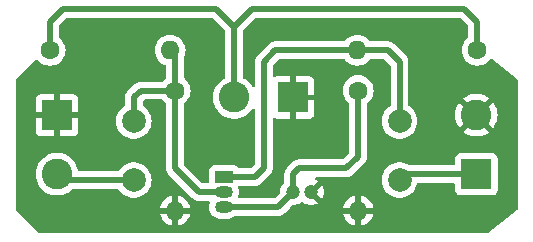
<source format=gbr>
%TF.GenerationSoftware,KiCad,Pcbnew,7.0.9*%
%TF.CreationDate,2024-05-08T14:26:35+02:00*%
%TF.ProjectId,Amplificador de baja se_al,416d706c-6966-4696-9361-646f72206465,rev?*%
%TF.SameCoordinates,Original*%
%TF.FileFunction,Copper,L2,Bot*%
%TF.FilePolarity,Positive*%
%FSLAX46Y46*%
G04 Gerber Fmt 4.6, Leading zero omitted, Abs format (unit mm)*
G04 Created by KiCad (PCBNEW 7.0.9) date 2024-05-08 14:26:35*
%MOMM*%
%LPD*%
G01*
G04 APERTURE LIST*
%TA.AperFunction,ComponentPad*%
%ADD10C,1.200000*%
%TD*%
%TA.AperFunction,ComponentPad*%
%ADD11R,2.600000X2.600000*%
%TD*%
%TA.AperFunction,ComponentPad*%
%ADD12C,2.600000*%
%TD*%
%TA.AperFunction,ComponentPad*%
%ADD13C,2.000000*%
%TD*%
%TA.AperFunction,ComponentPad*%
%ADD14C,1.600000*%
%TD*%
%TA.AperFunction,ComponentPad*%
%ADD15O,1.600000X1.600000*%
%TD*%
%TA.AperFunction,ComponentPad*%
%ADD16O,1.500000X1.050000*%
%TD*%
%TA.AperFunction,ComponentPad*%
%ADD17R,1.500000X1.050000*%
%TD*%
%TA.AperFunction,Conductor*%
%ADD18C,0.500000*%
%TD*%
G04 APERTURE END LIST*
D10*
%TO.P,C3,1*%
%TO.N,Net-(TR1-E)*%
X128500000Y-82500000D03*
%TO.P,C3,2*%
%TO.N,GND*%
X130000000Y-82500000D03*
%TD*%
D11*
%TO.P,J2,1,Pin_1*%
%TO.N,GND*%
X128500000Y-74500000D03*
D12*
%TO.P,J2,2,Pin_2*%
%TO.N,VCC*%
X123500000Y-74500000D03*
%TD*%
D11*
%TO.P,J1,1,Pin_1*%
%TO.N,GND*%
X108500000Y-76000000D03*
D12*
%TO.P,J1,2,Pin_2*%
%TO.N,Net-(J1-Pin_2)*%
X108500000Y-81000000D03*
%TD*%
D11*
%TO.P,J3,1,Pin_1*%
%TO.N,Net-(J3-Pin_1)*%
X144000000Y-81000000D03*
D12*
%TO.P,J3,2,Pin_2*%
%TO.N,GND*%
X144000000Y-76000000D03*
%TD*%
D13*
%TO.P,C1,1*%
%TO.N,Net-(TR1-B)*%
X115000000Y-76500000D03*
%TO.P,C1,2*%
%TO.N,Net-(J1-Pin_2)*%
X115000000Y-81500000D03*
%TD*%
D14*
%TO.P,R4,1*%
%TO.N,Net-(TR1-E)*%
X134000000Y-73920000D03*
D15*
%TO.P,R4,2*%
%TO.N,GND*%
X134000000Y-84080000D03*
%TD*%
%TO.P,R1,2*%
%TO.N,Net-(TR1-B)*%
X118080000Y-70500000D03*
D14*
%TO.P,R1,1*%
%TO.N,VCC*%
X107920000Y-70500000D03*
%TD*%
D16*
%TO.P,TR1,3,E*%
%TO.N,Net-(TR1-E)*%
X122640000Y-83770000D03*
%TO.P,TR1,2,B*%
%TO.N,Net-(TR1-B)*%
X122640000Y-82500000D03*
D17*
%TO.P,TR1,1,C*%
%TO.N,Net-(TR1-C)*%
X122640000Y-81230000D03*
%TD*%
D14*
%TO.P,R3,1*%
%TO.N,VCC*%
X144080000Y-70500000D03*
D15*
%TO.P,R3,2*%
%TO.N,Net-(TR1-C)*%
X133920000Y-70500000D03*
%TD*%
%TO.P,R2,2*%
%TO.N,GND*%
X118500000Y-84080000D03*
D14*
%TO.P,R2,1*%
%TO.N,Net-(TR1-B)*%
X118500000Y-73920000D03*
%TD*%
D13*
%TO.P,C2,1*%
%TO.N,Net-(J3-Pin_1)*%
X137500000Y-81500000D03*
%TO.P,C2,2*%
%TO.N,Net-(TR1-C)*%
X137500000Y-76500000D03*
%TD*%
D18*
%TO.N,Net-(TR1-B)*%
X118500000Y-73920000D02*
X118500000Y-70920000D01*
X118500000Y-70920000D02*
X118080000Y-70500000D01*
%TO.N,Net-(J3-Pin_1)*%
X138000000Y-81000000D02*
X137500000Y-81500000D01*
X144000000Y-81000000D02*
X138000000Y-81000000D01*
%TO.N,Net-(TR1-C)*%
X137500000Y-71500000D02*
X136500000Y-70500000D01*
X136500000Y-70500000D02*
X133920000Y-70500000D01*
X137500000Y-76500000D02*
X137500000Y-71500000D01*
%TO.N,Net-(TR1-E)*%
X134000000Y-79500000D02*
X134000000Y-73920000D01*
X129000000Y-80500000D02*
X133000000Y-80500000D01*
X128500000Y-81000000D02*
X129000000Y-80500000D01*
X133000000Y-80500000D02*
X134000000Y-79500000D01*
X128500000Y-82500000D02*
X128500000Y-81000000D01*
%TO.N,Net-(TR1-C)*%
X125270000Y-81230000D02*
X122640000Y-81230000D01*
X126000000Y-80500000D02*
X125270000Y-81230000D01*
X126000000Y-71500000D02*
X126000000Y-80500000D01*
X127000000Y-70500000D02*
X126000000Y-71500000D01*
X133920000Y-70500000D02*
X127000000Y-70500000D01*
%TO.N,VCC*%
X125000000Y-67000000D02*
X123500000Y-68500000D01*
X143000000Y-67000000D02*
X125000000Y-67000000D01*
X144080000Y-68080000D02*
X143000000Y-67000000D01*
X144080000Y-70500000D02*
X144080000Y-68080000D01*
X109000000Y-67000000D02*
X122000000Y-67000000D01*
X123500000Y-68500000D02*
X123500000Y-74500000D01*
X122000000Y-67000000D02*
X123500000Y-68500000D01*
X107920000Y-70500000D02*
X107920000Y-68080000D01*
X107920000Y-68080000D02*
X109000000Y-67000000D01*
%TO.N,Net-(TR1-E)*%
X127230000Y-83770000D02*
X128500000Y-82500000D01*
X122640000Y-83770000D02*
X127230000Y-83770000D01*
%TO.N,Net-(TR1-B)*%
X122640000Y-82500000D02*
X120500000Y-82500000D01*
X118500000Y-80500000D02*
X120500000Y-82500000D01*
X118500000Y-73920000D02*
X118500000Y-80500000D01*
%TO.N,Net-(J1-Pin_2)*%
X109000000Y-81500000D02*
X108500000Y-81000000D01*
X115000000Y-81500000D02*
X109000000Y-81500000D01*
%TO.N,Net-(TR1-B)*%
X115580000Y-73920000D02*
X118500000Y-73920000D01*
X115000000Y-74500000D02*
X115580000Y-73920000D01*
X115000000Y-76500000D02*
X115000000Y-74500000D01*
%TD*%
%TA.AperFunction,Conductor*%
%TO.N,GND*%
G36*
X121704809Y-67770185D02*
G01*
X121725451Y-67786819D01*
X122713181Y-68774548D01*
X122746666Y-68835871D01*
X122749500Y-68862229D01*
X122749500Y-72785102D01*
X122729815Y-72852141D01*
X122679303Y-72896821D01*
X122597235Y-72936344D01*
X122597232Y-72936345D01*
X122374258Y-73088365D01*
X122176442Y-73271910D01*
X122008185Y-73482898D01*
X121873258Y-73716599D01*
X121873256Y-73716603D01*
X121774666Y-73967804D01*
X121774664Y-73967811D01*
X121714616Y-74230898D01*
X121694451Y-74499995D01*
X121694451Y-74500004D01*
X121714616Y-74769101D01*
X121774664Y-75032188D01*
X121774666Y-75032195D01*
X121837843Y-75193167D01*
X121873257Y-75283398D01*
X122008185Y-75517102D01*
X122111335Y-75646447D01*
X122176442Y-75728089D01*
X122363183Y-75901358D01*
X122374259Y-75911635D01*
X122597226Y-76063651D01*
X122840359Y-76180738D01*
X123098228Y-76260280D01*
X123098229Y-76260280D01*
X123098232Y-76260281D01*
X123365063Y-76300499D01*
X123365068Y-76300499D01*
X123365071Y-76300500D01*
X123365072Y-76300500D01*
X123634928Y-76300500D01*
X123634929Y-76300500D01*
X123634936Y-76300499D01*
X123901767Y-76260281D01*
X123901768Y-76260280D01*
X123901772Y-76260280D01*
X124159641Y-76180738D01*
X124402775Y-76063651D01*
X124625741Y-75911635D01*
X124799942Y-75750000D01*
X124823557Y-75728089D01*
X124823557Y-75728087D01*
X124823561Y-75728085D01*
X124991815Y-75517102D01*
X125018114Y-75471549D01*
X125068679Y-75423336D01*
X125137286Y-75410112D01*
X125202151Y-75436080D01*
X125242680Y-75492993D01*
X125249500Y-75533551D01*
X125249500Y-80137770D01*
X125229815Y-80204809D01*
X125213181Y-80225451D01*
X124995451Y-80443181D01*
X124934128Y-80476666D01*
X124907770Y-80479500D01*
X123908465Y-80479500D01*
X123841426Y-80459815D01*
X123809198Y-80429811D01*
X123747546Y-80347454D01*
X123724709Y-80330358D01*
X123632335Y-80261206D01*
X123632328Y-80261202D01*
X123497482Y-80210908D01*
X123497483Y-80210908D01*
X123437883Y-80204501D01*
X123437881Y-80204500D01*
X123437873Y-80204500D01*
X123437864Y-80204500D01*
X121842129Y-80204500D01*
X121842123Y-80204501D01*
X121782516Y-80210908D01*
X121647671Y-80261202D01*
X121647664Y-80261206D01*
X121532455Y-80347452D01*
X121532452Y-80347455D01*
X121446206Y-80462664D01*
X121446202Y-80462671D01*
X121395908Y-80597517D01*
X121389501Y-80657116D01*
X121389500Y-80657127D01*
X121389500Y-81184814D01*
X121389501Y-81625500D01*
X121369817Y-81692539D01*
X121317013Y-81738294D01*
X121265501Y-81749500D01*
X120862230Y-81749500D01*
X120795191Y-81729815D01*
X120774549Y-81713181D01*
X119286819Y-80225451D01*
X119253334Y-80164128D01*
X119250500Y-80137770D01*
X119250500Y-75046662D01*
X119270185Y-74979623D01*
X119303379Y-74945086D01*
X119339139Y-74920047D01*
X119500047Y-74759139D01*
X119630568Y-74572734D01*
X119726739Y-74366496D01*
X119785635Y-74146692D01*
X119804064Y-73936051D01*
X119805468Y-73920001D01*
X119805468Y-73919998D01*
X119787673Y-73716602D01*
X119785635Y-73693308D01*
X119726739Y-73473504D01*
X119630568Y-73267266D01*
X119508281Y-73092620D01*
X119500048Y-73080862D01*
X119439206Y-73020020D01*
X119339139Y-72919953D01*
X119334373Y-72916615D01*
X119303375Y-72894910D01*
X119259751Y-72840332D01*
X119250500Y-72793336D01*
X119250500Y-71094590D01*
X119262118Y-71042185D01*
X119267174Y-71031342D01*
X119306739Y-70946496D01*
X119365635Y-70726692D01*
X119385468Y-70500000D01*
X119365635Y-70273308D01*
X119306739Y-70053504D01*
X119210568Y-69847266D01*
X119080047Y-69660861D01*
X119080045Y-69660858D01*
X118919141Y-69499954D01*
X118732734Y-69369432D01*
X118732732Y-69369431D01*
X118526497Y-69273261D01*
X118526488Y-69273258D01*
X118306697Y-69214366D01*
X118306693Y-69214365D01*
X118306692Y-69214365D01*
X118306691Y-69214364D01*
X118306686Y-69214364D01*
X118080002Y-69194532D01*
X118079998Y-69194532D01*
X117853313Y-69214364D01*
X117853302Y-69214366D01*
X117633511Y-69273258D01*
X117633502Y-69273261D01*
X117427267Y-69369431D01*
X117427265Y-69369432D01*
X117240858Y-69499954D01*
X117079954Y-69660858D01*
X116949432Y-69847265D01*
X116949431Y-69847267D01*
X116853261Y-70053502D01*
X116853258Y-70053511D01*
X116794366Y-70273302D01*
X116794364Y-70273313D01*
X116774532Y-70499998D01*
X116774532Y-70500001D01*
X116794364Y-70726686D01*
X116794366Y-70726697D01*
X116853258Y-70946488D01*
X116853261Y-70946497D01*
X116949431Y-71152732D01*
X116949432Y-71152734D01*
X117079954Y-71339141D01*
X117240858Y-71500045D01*
X117240861Y-71500047D01*
X117427266Y-71630568D01*
X117633504Y-71726739D01*
X117657593Y-71733193D01*
X117717252Y-71769556D01*
X117747783Y-71832402D01*
X117749500Y-71852968D01*
X117749500Y-72793336D01*
X117729815Y-72860375D01*
X117696625Y-72894910D01*
X117660863Y-72919951D01*
X117499951Y-73080862D01*
X117474912Y-73116623D01*
X117420335Y-73160248D01*
X117373337Y-73169500D01*
X115643705Y-73169500D01*
X115625735Y-73168191D01*
X115601972Y-73164710D01*
X115556533Y-73168686D01*
X115549931Y-73169264D01*
X115544530Y-73169500D01*
X115536289Y-73169500D01*
X115514579Y-73172037D01*
X115503724Y-73173306D01*
X115488419Y-73174645D01*
X115427199Y-73180001D01*
X115420132Y-73181460D01*
X115420120Y-73181404D01*
X115412763Y-73183035D01*
X115412777Y-73183092D01*
X115405743Y-73184759D01*
X115333575Y-73211025D01*
X115260675Y-73235181D01*
X115254126Y-73238236D01*
X115254101Y-73238183D01*
X115247308Y-73241471D01*
X115247334Y-73241523D01*
X115240880Y-73244764D01*
X115176708Y-73286971D01*
X115111347Y-73327285D01*
X115105683Y-73331765D01*
X115105647Y-73331719D01*
X115099798Y-73336484D01*
X115099835Y-73336528D01*
X115094310Y-73341164D01*
X115041599Y-73397033D01*
X114514358Y-73924272D01*
X114500729Y-73936051D01*
X114481468Y-73950390D01*
X114447898Y-73990397D01*
X114444253Y-73994376D01*
X114438409Y-74000222D01*
X114418059Y-74025959D01*
X114368695Y-74084789D01*
X114364729Y-74090819D01*
X114364682Y-74090788D01*
X114360630Y-74097147D01*
X114360679Y-74097177D01*
X114356889Y-74103321D01*
X114324424Y-74172941D01*
X114289960Y-74241566D01*
X114287488Y-74248357D01*
X114287432Y-74248336D01*
X114284960Y-74255450D01*
X114285015Y-74255469D01*
X114282742Y-74262327D01*
X114275471Y-74297543D01*
X114267207Y-74337565D01*
X114257806Y-74377234D01*
X114249498Y-74412286D01*
X114248661Y-74419454D01*
X114248601Y-74419447D01*
X114247835Y-74426945D01*
X114247895Y-74426951D01*
X114247265Y-74434140D01*
X114249500Y-74510916D01*
X114249500Y-75126128D01*
X114229815Y-75193167D01*
X114184522Y-75235179D01*
X114176491Y-75239526D01*
X114120122Y-75283400D01*
X113980257Y-75392261D01*
X113811833Y-75575217D01*
X113675826Y-75783393D01*
X113575936Y-76011118D01*
X113514892Y-76252175D01*
X113514890Y-76252187D01*
X113494357Y-76499994D01*
X113494357Y-76500005D01*
X113514890Y-76747812D01*
X113514892Y-76747824D01*
X113575936Y-76988881D01*
X113675826Y-77216606D01*
X113811833Y-77424782D01*
X113811836Y-77424785D01*
X113980256Y-77607738D01*
X114176491Y-77760474D01*
X114395190Y-77878828D01*
X114630386Y-77959571D01*
X114875665Y-78000500D01*
X115124335Y-78000500D01*
X115369614Y-77959571D01*
X115604810Y-77878828D01*
X115823509Y-77760474D01*
X116019744Y-77607738D01*
X116188164Y-77424785D01*
X116324173Y-77216607D01*
X116424063Y-76988881D01*
X116485108Y-76747821D01*
X116505643Y-76500000D01*
X116503786Y-76477595D01*
X116485109Y-76252187D01*
X116485107Y-76252175D01*
X116424063Y-76011118D01*
X116324173Y-75783393D01*
X116188166Y-75575217D01*
X116166557Y-75551744D01*
X116019744Y-75392262D01*
X115823509Y-75239526D01*
X115815477Y-75235179D01*
X115765891Y-75185961D01*
X115750500Y-75126128D01*
X115750500Y-74862230D01*
X115770185Y-74795191D01*
X115786819Y-74774549D01*
X115854549Y-74706819D01*
X115915872Y-74673334D01*
X115942230Y-74670500D01*
X117373337Y-74670500D01*
X117440376Y-74690185D01*
X117474912Y-74723377D01*
X117499954Y-74759141D01*
X117660859Y-74920046D01*
X117696621Y-74945086D01*
X117740247Y-74999662D01*
X117749500Y-75046662D01*
X117749500Y-80436294D01*
X117748191Y-80454263D01*
X117744710Y-80478025D01*
X117749264Y-80530064D01*
X117749500Y-80535470D01*
X117749500Y-80543709D01*
X117753306Y-80576275D01*
X117754051Y-80584786D01*
X117760000Y-80652791D01*
X117761461Y-80659867D01*
X117761403Y-80659878D01*
X117763034Y-80667237D01*
X117763092Y-80667224D01*
X117764757Y-80674250D01*
X117791025Y-80746424D01*
X117815185Y-80819331D01*
X117818236Y-80825874D01*
X117818182Y-80825898D01*
X117821470Y-80832688D01*
X117821521Y-80832663D01*
X117824761Y-80839113D01*
X117824762Y-80839114D01*
X117824763Y-80839117D01*
X117862619Y-80896675D01*
X117866965Y-80903283D01*
X117907287Y-80968655D01*
X117911766Y-80974319D01*
X117911719Y-80974356D01*
X117916482Y-80980202D01*
X117916528Y-80980164D01*
X117921173Y-80985700D01*
X117977018Y-81038386D01*
X119924267Y-82985634D01*
X119936048Y-82999266D01*
X119950390Y-83018530D01*
X119990420Y-83052119D01*
X119994392Y-83055759D01*
X120000223Y-83061590D01*
X120000222Y-83061590D01*
X120023939Y-83080342D01*
X120025944Y-83081927D01*
X120084786Y-83131302D01*
X120084794Y-83131306D01*
X120090824Y-83135273D01*
X120090790Y-83135323D01*
X120097147Y-83139372D01*
X120097179Y-83139321D01*
X120103319Y-83143108D01*
X120103323Y-83143111D01*
X120138132Y-83159343D01*
X120172941Y-83175575D01*
X120241565Y-83210039D01*
X120241567Y-83210040D01*
X120241569Y-83210040D01*
X120248357Y-83212511D01*
X120248336Y-83212567D01*
X120255455Y-83215042D01*
X120255474Y-83214986D01*
X120262323Y-83217256D01*
X120262326Y-83217256D01*
X120262327Y-83217257D01*
X120337550Y-83232788D01*
X120412279Y-83250500D01*
X120419452Y-83251339D01*
X120419445Y-83251397D01*
X120426946Y-83252163D01*
X120426952Y-83252104D01*
X120434140Y-83252733D01*
X120434143Y-83252732D01*
X120434144Y-83252733D01*
X120510898Y-83250500D01*
X121333749Y-83250500D01*
X121400788Y-83270185D01*
X121446543Y-83322989D01*
X121456487Y-83392147D01*
X121452410Y-83410495D01*
X121404337Y-83568968D01*
X121384538Y-83770000D01*
X121404337Y-83971031D01*
X121462978Y-84164345D01*
X121558198Y-84342488D01*
X121558203Y-84342495D01*
X121686352Y-84498647D01*
X121747278Y-84548647D01*
X121842506Y-84626798D01*
X121842509Y-84626799D01*
X121842511Y-84626801D01*
X122020654Y-84722021D01*
X122020656Y-84722021D01*
X122020659Y-84722023D01*
X122213967Y-84780662D01*
X122364620Y-84795500D01*
X122364623Y-84795500D01*
X122915377Y-84795500D01*
X122915380Y-84795500D01*
X123066033Y-84780662D01*
X123259341Y-84722023D01*
X123437494Y-84626798D01*
X123532722Y-84548647D01*
X123597032Y-84521334D01*
X123611387Y-84520500D01*
X127166295Y-84520500D01*
X127184265Y-84521809D01*
X127208023Y-84525289D01*
X127260068Y-84520735D01*
X127265470Y-84520500D01*
X127273704Y-84520500D01*
X127273709Y-84520500D01*
X127285327Y-84519141D01*
X127306276Y-84516693D01*
X127319028Y-84515577D01*
X127382797Y-84509999D01*
X127382805Y-84509996D01*
X127389866Y-84508539D01*
X127389878Y-84508598D01*
X127397243Y-84506965D01*
X127397229Y-84506906D01*
X127404246Y-84505241D01*
X127404255Y-84505241D01*
X127476423Y-84478974D01*
X127549334Y-84454814D01*
X127549343Y-84454807D01*
X127555882Y-84451760D01*
X127555908Y-84451816D01*
X127562690Y-84448532D01*
X127562663Y-84448478D01*
X127569106Y-84445240D01*
X127569117Y-84445237D01*
X127633283Y-84403034D01*
X127698656Y-84362712D01*
X127698662Y-84362705D01*
X127704325Y-84358229D01*
X127704362Y-84358277D01*
X127710204Y-84353518D01*
X127710164Y-84353471D01*
X127715686Y-84348836D01*
X127715696Y-84348830D01*
X127744740Y-84318045D01*
X127768386Y-84292982D01*
X128231368Y-83829999D01*
X132721127Y-83829999D01*
X132721128Y-83830000D01*
X133684314Y-83830000D01*
X133672359Y-83841955D01*
X133614835Y-83954852D01*
X133595014Y-84080000D01*
X133614835Y-84205148D01*
X133672359Y-84318045D01*
X133684314Y-84330000D01*
X132721128Y-84330000D01*
X132773730Y-84526317D01*
X132773734Y-84526326D01*
X132869865Y-84732482D01*
X133000342Y-84918820D01*
X133161179Y-85079657D01*
X133347517Y-85210134D01*
X133553673Y-85306265D01*
X133553682Y-85306269D01*
X133749999Y-85358872D01*
X133750000Y-85358871D01*
X133750000Y-84395686D01*
X133761955Y-84407641D01*
X133874852Y-84465165D01*
X133968519Y-84480000D01*
X134031481Y-84480000D01*
X134125148Y-84465165D01*
X134238045Y-84407641D01*
X134250000Y-84395686D01*
X134250000Y-85358872D01*
X134446317Y-85306269D01*
X134446326Y-85306265D01*
X134652482Y-85210134D01*
X134838820Y-85079657D01*
X134999657Y-84918820D01*
X135130134Y-84732482D01*
X135226265Y-84526326D01*
X135226269Y-84526317D01*
X135278872Y-84330000D01*
X134315686Y-84330000D01*
X134327641Y-84318045D01*
X134385165Y-84205148D01*
X134404986Y-84080000D01*
X134385165Y-83954852D01*
X134327641Y-83841955D01*
X134315686Y-83830000D01*
X135278872Y-83830000D01*
X135278872Y-83829999D01*
X135226269Y-83633682D01*
X135226265Y-83633673D01*
X135130134Y-83427517D01*
X134999657Y-83241179D01*
X134838820Y-83080342D01*
X134652482Y-82949865D01*
X134446328Y-82853734D01*
X134250000Y-82801127D01*
X134250000Y-83764314D01*
X134238045Y-83752359D01*
X134125148Y-83694835D01*
X134031481Y-83680000D01*
X133968519Y-83680000D01*
X133874852Y-83694835D01*
X133761955Y-83752359D01*
X133750000Y-83764314D01*
X133750000Y-82801127D01*
X133553671Y-82853734D01*
X133347517Y-82949865D01*
X133161179Y-83080342D01*
X133000342Y-83241179D01*
X132869865Y-83427517D01*
X132773734Y-83633673D01*
X132773730Y-83633682D01*
X132721127Y-83829999D01*
X128231368Y-83829999D01*
X128424548Y-83636819D01*
X128485871Y-83603334D01*
X128512229Y-83600500D01*
X128601974Y-83600500D01*
X128601976Y-83600500D01*
X128802456Y-83563024D01*
X128992637Y-83489348D01*
X129166041Y-83381981D01*
X129166823Y-83381267D01*
X129167281Y-83381044D01*
X129170615Y-83378527D01*
X129171107Y-83379178D01*
X129229619Y-83350644D01*
X129299007Y-83358831D01*
X129329473Y-83378409D01*
X129329688Y-83378126D01*
X129333427Y-83380950D01*
X129333916Y-83381264D01*
X129334263Y-83381580D01*
X129507584Y-83488897D01*
X129697678Y-83562539D01*
X129898072Y-83600000D01*
X130101928Y-83600000D01*
X130302321Y-83562539D01*
X130492414Y-83488897D01*
X130580688Y-83434240D01*
X129946448Y-82800000D01*
X130027802Y-82800000D01*
X130110250Y-82784588D01*
X130205610Y-82725543D01*
X130273201Y-82636038D01*
X130303895Y-82528160D01*
X130301286Y-82500000D01*
X130353553Y-82500000D01*
X130937465Y-83083912D01*
X130939247Y-83081552D01*
X130939249Y-83081550D01*
X131030113Y-82899069D01*
X131030116Y-82899063D01*
X131085902Y-82702992D01*
X131085903Y-82702989D01*
X131104713Y-82500000D01*
X131104713Y-82499999D01*
X131085903Y-82297010D01*
X131085902Y-82297007D01*
X131030116Y-82100936D01*
X131030113Y-82100930D01*
X130939244Y-81918441D01*
X130937466Y-81916086D01*
X130937465Y-81916085D01*
X130353553Y-82499999D01*
X130353553Y-82500000D01*
X130301286Y-82500000D01*
X130293546Y-82416479D01*
X130243552Y-82316078D01*
X130160666Y-82240516D01*
X130056080Y-82200000D01*
X129972198Y-82200000D01*
X129940526Y-82205920D01*
X130000000Y-82146447D01*
X130580688Y-81565758D01*
X130580687Y-81565757D01*
X130492418Y-81511104D01*
X130492411Y-81511100D01*
X130463771Y-81500005D01*
X135994357Y-81500005D01*
X136014890Y-81747812D01*
X136014892Y-81747824D01*
X136075936Y-81988881D01*
X136175826Y-82216606D01*
X136311833Y-82424782D01*
X136311835Y-82424784D01*
X136311836Y-82424785D01*
X136480256Y-82607738D01*
X136676491Y-82760474D01*
X136895190Y-82878828D01*
X137130386Y-82959571D01*
X137375665Y-83000500D01*
X137624335Y-83000500D01*
X137869614Y-82959571D01*
X138104810Y-82878828D01*
X138323509Y-82760474D01*
X138519744Y-82607738D01*
X138688164Y-82424785D01*
X138824173Y-82216607D01*
X138924063Y-81988881D01*
X138960737Y-81844059D01*
X138996277Y-81783904D01*
X139058697Y-81752512D01*
X139080943Y-81750500D01*
X142075501Y-81750500D01*
X142142540Y-81770185D01*
X142188295Y-81822989D01*
X142199501Y-81874500D01*
X142199501Y-82347876D01*
X142205908Y-82407483D01*
X142256202Y-82542328D01*
X142256206Y-82542335D01*
X142342452Y-82657544D01*
X142342455Y-82657547D01*
X142457664Y-82743793D01*
X142457671Y-82743797D01*
X142592517Y-82794091D01*
X142592516Y-82794091D01*
X142599444Y-82794835D01*
X142652127Y-82800500D01*
X145347872Y-82800499D01*
X145407483Y-82794091D01*
X145542331Y-82743796D01*
X145657546Y-82657546D01*
X145743796Y-82542331D01*
X145794091Y-82407483D01*
X145800500Y-82347873D01*
X145800499Y-79652128D01*
X145794091Y-79592517D01*
X145792542Y-79588365D01*
X145743797Y-79457671D01*
X145743793Y-79457664D01*
X145657547Y-79342455D01*
X145657544Y-79342452D01*
X145542335Y-79256206D01*
X145542328Y-79256202D01*
X145407482Y-79205908D01*
X145407483Y-79205908D01*
X145347883Y-79199501D01*
X145347881Y-79199500D01*
X145347873Y-79199500D01*
X145347864Y-79199500D01*
X142652129Y-79199500D01*
X142652123Y-79199501D01*
X142592516Y-79205908D01*
X142457671Y-79256202D01*
X142457664Y-79256206D01*
X142342455Y-79342452D01*
X142342452Y-79342455D01*
X142256206Y-79457664D01*
X142256202Y-79457671D01*
X142205908Y-79592517D01*
X142199501Y-79652116D01*
X142199501Y-79652123D01*
X142199500Y-79652135D01*
X142199500Y-80125500D01*
X142179815Y-80192539D01*
X142127011Y-80238294D01*
X142075500Y-80249500D01*
X138373341Y-80249500D01*
X138314324Y-80234555D01*
X138104816Y-80121175D01*
X138104813Y-80121174D01*
X138104810Y-80121172D01*
X138104804Y-80121170D01*
X138104802Y-80121169D01*
X137869616Y-80040429D01*
X137624335Y-79999500D01*
X137375665Y-79999500D01*
X137130383Y-80040429D01*
X136895197Y-80121169D01*
X136895188Y-80121172D01*
X136676493Y-80239524D01*
X136480257Y-80392261D01*
X136311833Y-80575217D01*
X136175826Y-80783393D01*
X136075936Y-81011118D01*
X136014892Y-81252175D01*
X136014890Y-81252187D01*
X135994357Y-81499994D01*
X135994357Y-81500005D01*
X130463771Y-81500005D01*
X130438272Y-81490127D01*
X130382870Y-81447554D01*
X130359280Y-81381787D01*
X130374991Y-81313707D01*
X130425015Y-81264928D01*
X130483066Y-81250500D01*
X132936295Y-81250500D01*
X132954265Y-81251809D01*
X132978023Y-81255289D01*
X133030068Y-81250735D01*
X133035470Y-81250500D01*
X133043704Y-81250500D01*
X133043709Y-81250500D01*
X133055327Y-81249141D01*
X133076276Y-81246693D01*
X133089028Y-81245577D01*
X133152797Y-81239999D01*
X133152805Y-81239996D01*
X133159866Y-81238539D01*
X133159878Y-81238598D01*
X133167243Y-81236965D01*
X133167229Y-81236906D01*
X133174246Y-81235241D01*
X133174255Y-81235241D01*
X133246423Y-81208974D01*
X133319334Y-81184814D01*
X133319343Y-81184807D01*
X133325882Y-81181760D01*
X133325908Y-81181816D01*
X133332690Y-81178532D01*
X133332663Y-81178478D01*
X133339106Y-81175240D01*
X133339117Y-81175237D01*
X133403283Y-81133034D01*
X133468656Y-81092712D01*
X133468662Y-81092705D01*
X133474325Y-81088229D01*
X133474363Y-81088277D01*
X133480195Y-81083526D01*
X133480156Y-81083479D01*
X133485694Y-81078831D01*
X133485693Y-81078831D01*
X133485696Y-81078830D01*
X133538386Y-81022980D01*
X134485642Y-80075724D01*
X134499257Y-80063958D01*
X134518530Y-80049610D01*
X134552123Y-80009574D01*
X134555757Y-80005608D01*
X134561591Y-79999776D01*
X134581930Y-79974052D01*
X134631302Y-79915214D01*
X134631306Y-79915205D01*
X134635274Y-79909175D01*
X134635325Y-79909208D01*
X134639369Y-79902860D01*
X134639317Y-79902828D01*
X134643104Y-79896685D01*
X134643111Y-79896677D01*
X134675572Y-79827063D01*
X134710040Y-79758433D01*
X134710041Y-79758427D01*
X134712508Y-79751650D01*
X134712566Y-79751671D01*
X134715043Y-79744544D01*
X134714986Y-79744526D01*
X134717255Y-79737679D01*
X134717256Y-79737674D01*
X134717257Y-79737672D01*
X134732790Y-79662441D01*
X134750500Y-79587721D01*
X134750500Y-79587719D01*
X134751339Y-79580548D01*
X134751398Y-79580554D01*
X134752164Y-79573054D01*
X134752105Y-79573049D01*
X134752734Y-79565859D01*
X134750500Y-79489082D01*
X134750500Y-75046662D01*
X134770185Y-74979623D01*
X134803379Y-74945086D01*
X134839139Y-74920047D01*
X135000047Y-74759139D01*
X135130568Y-74572734D01*
X135226739Y-74366496D01*
X135285635Y-74146692D01*
X135304064Y-73936051D01*
X135305468Y-73920001D01*
X135305468Y-73919998D01*
X135287673Y-73716602D01*
X135285635Y-73693308D01*
X135226739Y-73473504D01*
X135130568Y-73267266D01*
X135000047Y-73080861D01*
X135000045Y-73080858D01*
X134839141Y-72919954D01*
X134652734Y-72789432D01*
X134652732Y-72789431D01*
X134446497Y-72693261D01*
X134446488Y-72693258D01*
X134226697Y-72634366D01*
X134226693Y-72634365D01*
X134226692Y-72634365D01*
X134226691Y-72634364D01*
X134226686Y-72634364D01*
X134000002Y-72614532D01*
X133999998Y-72614532D01*
X133773313Y-72634364D01*
X133773302Y-72634366D01*
X133553511Y-72693258D01*
X133553502Y-72693261D01*
X133347267Y-72789431D01*
X133347265Y-72789432D01*
X133160858Y-72919954D01*
X132999954Y-73080858D01*
X132869432Y-73267265D01*
X132869431Y-73267267D01*
X132773261Y-73473502D01*
X132773258Y-73473511D01*
X132714366Y-73693302D01*
X132714364Y-73693313D01*
X132694532Y-73919998D01*
X132694532Y-73920001D01*
X132714364Y-74146686D01*
X132714366Y-74146697D01*
X132773258Y-74366488D01*
X132773261Y-74366497D01*
X132869431Y-74572732D01*
X132869432Y-74572734D01*
X132999954Y-74759141D01*
X133160859Y-74920046D01*
X133196621Y-74945086D01*
X133240247Y-74999662D01*
X133249500Y-75046662D01*
X133249500Y-79137770D01*
X133229815Y-79204809D01*
X133213181Y-79225451D01*
X132725451Y-79713181D01*
X132664128Y-79746666D01*
X132637770Y-79749500D01*
X129063705Y-79749500D01*
X129045735Y-79748191D01*
X129021972Y-79744710D01*
X128976533Y-79748686D01*
X128969931Y-79749264D01*
X128964530Y-79749500D01*
X128956289Y-79749500D01*
X128937894Y-79751650D01*
X128923724Y-79753306D01*
X128908419Y-79754645D01*
X128847199Y-79760001D01*
X128840132Y-79761460D01*
X128840120Y-79761404D01*
X128832763Y-79763035D01*
X128832777Y-79763092D01*
X128825743Y-79764759D01*
X128753575Y-79791025D01*
X128680675Y-79815181D01*
X128674126Y-79818236D01*
X128674101Y-79818183D01*
X128667308Y-79821471D01*
X128667334Y-79821523D01*
X128660880Y-79824764D01*
X128596708Y-79866971D01*
X128531347Y-79907285D01*
X128525683Y-79911765D01*
X128525647Y-79911719D01*
X128519798Y-79916484D01*
X128519835Y-79916528D01*
X128514310Y-79921164D01*
X128461599Y-79977033D01*
X128014358Y-80424272D01*
X128000729Y-80436051D01*
X127981468Y-80450390D01*
X127947898Y-80490397D01*
X127944253Y-80494376D01*
X127938409Y-80500222D01*
X127918059Y-80525959D01*
X127868695Y-80584789D01*
X127864729Y-80590819D01*
X127864682Y-80590788D01*
X127860630Y-80597147D01*
X127860679Y-80597177D01*
X127856889Y-80603321D01*
X127824424Y-80672941D01*
X127789960Y-80741566D01*
X127787488Y-80748357D01*
X127787432Y-80748336D01*
X127784960Y-80755450D01*
X127785015Y-80755469D01*
X127782742Y-80762327D01*
X127778393Y-80783393D01*
X127767207Y-80837565D01*
X127754001Y-80893284D01*
X127749498Y-80912286D01*
X127748661Y-80919454D01*
X127748601Y-80919447D01*
X127747835Y-80926945D01*
X127747895Y-80926951D01*
X127747265Y-80934140D01*
X127749500Y-81010916D01*
X127749500Y-81640261D01*
X127729815Y-81707300D01*
X127709040Y-81731897D01*
X127683235Y-81755421D01*
X127560327Y-81918178D01*
X127469422Y-82100739D01*
X127469417Y-82100752D01*
X127413602Y-82296917D01*
X127394438Y-82503743D01*
X127368652Y-82568680D01*
X127358648Y-82579983D01*
X126955451Y-82983181D01*
X126894128Y-83016666D01*
X126867770Y-83019500D01*
X123946251Y-83019500D01*
X123879212Y-82999815D01*
X123833457Y-82947011D01*
X123823513Y-82877853D01*
X123827590Y-82859505D01*
X123845489Y-82800499D01*
X123875662Y-82701033D01*
X123895462Y-82500000D01*
X123875662Y-82298967D01*
X123827589Y-82140493D01*
X123826967Y-82070628D01*
X123864215Y-82011515D01*
X123927509Y-81981925D01*
X123946251Y-81980500D01*
X125206295Y-81980500D01*
X125224265Y-81981809D01*
X125248023Y-81985289D01*
X125300068Y-81980735D01*
X125305470Y-81980500D01*
X125313704Y-81980500D01*
X125313709Y-81980500D01*
X125325327Y-81979141D01*
X125346276Y-81976693D01*
X125359028Y-81975577D01*
X125422797Y-81969999D01*
X125422805Y-81969996D01*
X125429866Y-81968539D01*
X125429878Y-81968598D01*
X125437243Y-81966965D01*
X125437229Y-81966906D01*
X125444246Y-81965241D01*
X125444255Y-81965241D01*
X125516423Y-81938974D01*
X125589334Y-81914814D01*
X125589343Y-81914807D01*
X125595882Y-81911760D01*
X125595908Y-81911816D01*
X125602690Y-81908532D01*
X125602663Y-81908478D01*
X125609106Y-81905240D01*
X125609117Y-81905237D01*
X125673283Y-81863034D01*
X125738656Y-81822712D01*
X125738662Y-81822705D01*
X125744325Y-81818229D01*
X125744363Y-81818277D01*
X125750200Y-81813522D01*
X125750161Y-81813475D01*
X125755696Y-81808830D01*
X125808385Y-81752983D01*
X126314674Y-81246693D01*
X126485642Y-81075724D01*
X126499271Y-81063947D01*
X126518530Y-81049610D01*
X126550828Y-81011118D01*
X126552101Y-81009601D01*
X126555761Y-81005606D01*
X126561590Y-80999778D01*
X126581941Y-80974039D01*
X126615417Y-80934144D01*
X126631302Y-80915214D01*
X126631306Y-80915205D01*
X126635274Y-80909175D01*
X126635325Y-80909208D01*
X126639372Y-80902856D01*
X126639320Y-80902824D01*
X126643112Y-80896675D01*
X126675575Y-80827058D01*
X126710036Y-80758440D01*
X126710040Y-80758433D01*
X126710042Y-80758421D01*
X126712509Y-80751646D01*
X126712567Y-80751667D01*
X126715043Y-80744546D01*
X126714986Y-80744528D01*
X126717257Y-80737673D01*
X126732792Y-80662434D01*
X126735076Y-80652797D01*
X126750500Y-80587721D01*
X126750500Y-80587710D01*
X126751338Y-80580548D01*
X126751398Y-80580555D01*
X126752164Y-80573055D01*
X126752105Y-80573050D01*
X126752734Y-80565860D01*
X126752089Y-80543709D01*
X126750500Y-80489082D01*
X126750500Y-76335807D01*
X126770185Y-76268768D01*
X126822989Y-76223013D01*
X126892147Y-76213069D01*
X126948814Y-76236542D01*
X126957913Y-76243354D01*
X127092620Y-76293596D01*
X127092627Y-76293598D01*
X127152155Y-76299999D01*
X127152172Y-76300000D01*
X128250000Y-76300000D01*
X128250000Y-75104310D01*
X128258817Y-75109158D01*
X128417886Y-75150000D01*
X128540894Y-75150000D01*
X128662933Y-75134583D01*
X128750000Y-75100110D01*
X128750000Y-76300000D01*
X129847828Y-76300000D01*
X129847844Y-76299999D01*
X129907372Y-76293598D01*
X129907379Y-76293596D01*
X130042086Y-76243354D01*
X130042093Y-76243350D01*
X130157187Y-76157190D01*
X130157190Y-76157187D01*
X130243350Y-76042093D01*
X130243354Y-76042086D01*
X130293596Y-75907379D01*
X130293598Y-75907372D01*
X130299999Y-75847844D01*
X130300000Y-75847827D01*
X130300000Y-74750000D01*
X129100728Y-74750000D01*
X129123100Y-74702457D01*
X129153873Y-74541138D01*
X129143561Y-74377234D01*
X129102220Y-74250000D01*
X130300000Y-74250000D01*
X130300000Y-73152172D01*
X130299999Y-73152155D01*
X130293598Y-73092627D01*
X130293596Y-73092620D01*
X130243354Y-72957913D01*
X130243350Y-72957906D01*
X130157190Y-72842812D01*
X130157187Y-72842809D01*
X130042093Y-72756649D01*
X130042086Y-72756645D01*
X129907379Y-72706403D01*
X129907372Y-72706401D01*
X129847844Y-72700000D01*
X128750000Y-72700000D01*
X128750000Y-73895689D01*
X128741183Y-73890842D01*
X128582114Y-73850000D01*
X128459106Y-73850000D01*
X128337067Y-73865417D01*
X128250000Y-73899889D01*
X128250000Y-72700000D01*
X127152155Y-72700000D01*
X127092627Y-72706401D01*
X127092620Y-72706403D01*
X126957913Y-72756645D01*
X126957911Y-72756646D01*
X126948810Y-72763460D01*
X126883345Y-72787876D01*
X126815072Y-72773024D01*
X126765667Y-72723618D01*
X126750500Y-72664192D01*
X126750500Y-71862229D01*
X126770185Y-71795190D01*
X126786819Y-71774548D01*
X127274548Y-71286819D01*
X127335871Y-71253334D01*
X127362229Y-71250500D01*
X132793337Y-71250500D01*
X132860376Y-71270185D01*
X132894912Y-71303377D01*
X132919954Y-71339141D01*
X133080858Y-71500045D01*
X133080861Y-71500047D01*
X133267266Y-71630568D01*
X133473504Y-71726739D01*
X133693308Y-71785635D01*
X133855230Y-71799801D01*
X133919998Y-71805468D01*
X133920000Y-71805468D01*
X133920002Y-71805468D01*
X133976673Y-71800509D01*
X134146692Y-71785635D01*
X134366496Y-71726739D01*
X134572734Y-71630568D01*
X134759139Y-71500047D01*
X134920047Y-71339139D01*
X134945088Y-71303377D01*
X134999665Y-71259752D01*
X135046663Y-71250500D01*
X136137770Y-71250500D01*
X136204809Y-71270185D01*
X136225451Y-71286819D01*
X136713181Y-71774548D01*
X136746666Y-71835871D01*
X136749500Y-71862229D01*
X136749500Y-75126128D01*
X136729815Y-75193167D01*
X136684522Y-75235179D01*
X136676491Y-75239526D01*
X136620122Y-75283400D01*
X136480257Y-75392261D01*
X136311833Y-75575217D01*
X136175826Y-75783393D01*
X136075936Y-76011118D01*
X136014892Y-76252175D01*
X136014890Y-76252187D01*
X135994357Y-76499994D01*
X135994357Y-76500005D01*
X136014890Y-76747812D01*
X136014892Y-76747824D01*
X136075936Y-76988881D01*
X136175826Y-77216606D01*
X136311833Y-77424782D01*
X136311836Y-77424785D01*
X136480256Y-77607738D01*
X136676491Y-77760474D01*
X136895190Y-77878828D01*
X137130386Y-77959571D01*
X137375665Y-78000500D01*
X137624335Y-78000500D01*
X137869614Y-77959571D01*
X138104810Y-77878828D01*
X138323509Y-77760474D01*
X138519744Y-77607738D01*
X138688164Y-77424785D01*
X138824173Y-77216607D01*
X138924063Y-76988881D01*
X138985108Y-76747821D01*
X139005643Y-76500000D01*
X139003786Y-76477595D01*
X138985109Y-76252187D01*
X138985107Y-76252175D01*
X138924063Y-76011118D01*
X138919188Y-76000004D01*
X142194953Y-76000004D01*
X142215113Y-76269026D01*
X142215113Y-76269028D01*
X142275142Y-76532033D01*
X142275148Y-76532052D01*
X142373709Y-76783181D01*
X142373708Y-76783181D01*
X142508602Y-77016822D01*
X142562294Y-77084151D01*
X143397452Y-76248992D01*
X143407188Y-76278956D01*
X143495186Y-76417619D01*
X143614903Y-76530040D01*
X143749510Y-76604041D01*
X142914848Y-77438702D01*
X143097483Y-77563220D01*
X143097485Y-77563221D01*
X143340539Y-77680269D01*
X143340537Y-77680269D01*
X143598337Y-77759790D01*
X143598343Y-77759792D01*
X143865101Y-77799999D01*
X143865110Y-77800000D01*
X144134890Y-77800000D01*
X144134898Y-77799999D01*
X144401656Y-77759792D01*
X144401662Y-77759790D01*
X144659461Y-77680269D01*
X144902521Y-77563218D01*
X145085150Y-77438702D01*
X144247534Y-76601086D01*
X144315629Y-76574126D01*
X144448492Y-76477595D01*
X144553175Y-76351055D01*
X144601631Y-76248079D01*
X145437703Y-77084151D01*
X145437704Y-77084150D01*
X145491393Y-77016828D01*
X145491400Y-77016817D01*
X145626290Y-76783181D01*
X145724851Y-76532052D01*
X145724857Y-76532033D01*
X145784886Y-76269028D01*
X145784886Y-76269026D01*
X145805047Y-76000004D01*
X145805047Y-75999995D01*
X145784886Y-75730973D01*
X145784886Y-75730971D01*
X145724857Y-75467966D01*
X145724851Y-75467947D01*
X145626290Y-75216818D01*
X145626291Y-75216818D01*
X145491397Y-74983177D01*
X145437704Y-74915847D01*
X144602546Y-75751004D01*
X144592812Y-75721044D01*
X144504814Y-75582381D01*
X144385097Y-75469960D01*
X144250489Y-75395958D01*
X145085150Y-74561296D01*
X144902517Y-74436779D01*
X144902516Y-74436778D01*
X144659460Y-74319730D01*
X144659462Y-74319730D01*
X144401662Y-74240209D01*
X144401656Y-74240207D01*
X144134898Y-74200000D01*
X143865101Y-74200000D01*
X143598343Y-74240207D01*
X143598337Y-74240209D01*
X143340538Y-74319730D01*
X143097485Y-74436778D01*
X143097476Y-74436783D01*
X142914848Y-74561296D01*
X143752465Y-75398913D01*
X143684371Y-75425874D01*
X143551508Y-75522405D01*
X143446825Y-75648945D01*
X143398368Y-75751921D01*
X142562295Y-74915848D01*
X142508600Y-74983180D01*
X142373709Y-75216818D01*
X142275148Y-75467947D01*
X142275142Y-75467966D01*
X142215113Y-75730971D01*
X142215113Y-75730973D01*
X142194953Y-75999995D01*
X142194953Y-76000004D01*
X138919188Y-76000004D01*
X138824173Y-75783393D01*
X138688166Y-75575217D01*
X138666557Y-75551744D01*
X138519744Y-75392262D01*
X138323509Y-75239526D01*
X138315477Y-75235179D01*
X138265891Y-75185961D01*
X138250500Y-75126128D01*
X138250500Y-71563705D01*
X138251809Y-71545735D01*
X138252129Y-71543547D01*
X138255289Y-71521977D01*
X138254321Y-71510916D01*
X138250736Y-71469934D01*
X138250500Y-71464528D01*
X138250500Y-71456297D01*
X138250500Y-71456291D01*
X138246693Y-71423724D01*
X138239999Y-71347203D01*
X138239999Y-71347201D01*
X138238539Y-71340129D01*
X138238597Y-71340116D01*
X138236965Y-71332757D01*
X138236906Y-71332772D01*
X138235242Y-71325753D01*
X138235241Y-71325745D01*
X138208974Y-71253576D01*
X138184814Y-71180666D01*
X138184809Y-71180659D01*
X138181760Y-71174118D01*
X138181815Y-71174091D01*
X138178533Y-71167313D01*
X138178480Y-71167340D01*
X138175235Y-71160880D01*
X138133028Y-71096708D01*
X138092710Y-71031342D01*
X138088234Y-71025682D01*
X138088281Y-71025644D01*
X138083519Y-71019799D01*
X138083474Y-71019838D01*
X138078834Y-71014309D01*
X138078832Y-71014307D01*
X138078830Y-71014304D01*
X138048061Y-70985275D01*
X138022965Y-70961597D01*
X137075729Y-70014361D01*
X137063949Y-70000730D01*
X137056482Y-69990701D01*
X137049612Y-69981472D01*
X137044323Y-69977034D01*
X137009587Y-69947886D01*
X137005612Y-69944244D01*
X137002690Y-69941322D01*
X136999780Y-69938411D01*
X136974040Y-69918059D01*
X136915209Y-69868694D01*
X136909180Y-69864729D01*
X136909212Y-69864680D01*
X136902853Y-69860628D01*
X136902822Y-69860679D01*
X136896680Y-69856891D01*
X136896678Y-69856890D01*
X136896677Y-69856889D01*
X136857474Y-69838608D01*
X136827058Y-69824424D01*
X136792894Y-69807267D01*
X136758433Y-69789960D01*
X136758431Y-69789959D01*
X136758430Y-69789959D01*
X136751645Y-69787489D01*
X136751665Y-69787433D01*
X136744549Y-69784959D01*
X136744531Y-69785015D01*
X136737671Y-69782742D01*
X136709841Y-69776996D01*
X136662434Y-69767207D01*
X136613472Y-69755603D01*
X136587719Y-69749499D01*
X136580547Y-69748661D01*
X136580553Y-69748601D01*
X136573055Y-69747835D01*
X136573050Y-69747895D01*
X136565860Y-69747265D01*
X136489083Y-69749500D01*
X135046663Y-69749500D01*
X134979624Y-69729815D01*
X134945088Y-69696623D01*
X134920045Y-69660858D01*
X134759141Y-69499954D01*
X134572734Y-69369432D01*
X134572732Y-69369431D01*
X134366497Y-69273261D01*
X134366488Y-69273258D01*
X134146697Y-69214366D01*
X134146693Y-69214365D01*
X134146692Y-69214365D01*
X134146691Y-69214364D01*
X134146686Y-69214364D01*
X133920002Y-69194532D01*
X133919998Y-69194532D01*
X133693313Y-69214364D01*
X133693302Y-69214366D01*
X133473511Y-69273258D01*
X133473502Y-69273261D01*
X133267267Y-69369431D01*
X133267265Y-69369432D01*
X133080858Y-69499954D01*
X132919954Y-69660858D01*
X132894912Y-69696623D01*
X132840335Y-69740248D01*
X132793337Y-69749500D01*
X127063705Y-69749500D01*
X127045735Y-69748191D01*
X127021972Y-69744710D01*
X126977512Y-69748601D01*
X126969931Y-69749264D01*
X126964530Y-69749500D01*
X126956289Y-69749500D01*
X126934579Y-69752037D01*
X126923724Y-69753306D01*
X126908419Y-69754645D01*
X126847199Y-69760001D01*
X126840132Y-69761460D01*
X126840120Y-69761404D01*
X126832763Y-69763035D01*
X126832777Y-69763092D01*
X126825743Y-69764759D01*
X126753575Y-69791025D01*
X126680675Y-69815181D01*
X126674126Y-69818236D01*
X126674101Y-69818183D01*
X126667308Y-69821471D01*
X126667334Y-69821523D01*
X126660880Y-69824764D01*
X126596708Y-69866971D01*
X126531347Y-69907285D01*
X126525683Y-69911765D01*
X126525647Y-69911719D01*
X126519798Y-69916484D01*
X126519835Y-69916528D01*
X126514310Y-69921164D01*
X126461598Y-69977034D01*
X125514358Y-70924272D01*
X125500729Y-70936051D01*
X125481468Y-70950390D01*
X125447898Y-70990397D01*
X125444253Y-70994376D01*
X125438409Y-71000222D01*
X125418059Y-71025959D01*
X125368695Y-71084789D01*
X125364729Y-71090819D01*
X125364682Y-71090788D01*
X125360630Y-71097147D01*
X125360679Y-71097177D01*
X125356889Y-71103321D01*
X125324424Y-71172941D01*
X125289960Y-71241566D01*
X125287488Y-71248357D01*
X125287432Y-71248336D01*
X125284960Y-71255450D01*
X125285015Y-71255469D01*
X125282742Y-71262327D01*
X125276772Y-71291244D01*
X125267207Y-71337565D01*
X125254001Y-71393284D01*
X125249498Y-71412286D01*
X125248661Y-71419454D01*
X125248601Y-71419447D01*
X125247835Y-71426945D01*
X125247895Y-71426951D01*
X125247265Y-71434140D01*
X125249500Y-71510916D01*
X125249500Y-73466448D01*
X125229815Y-73533487D01*
X125177011Y-73579242D01*
X125107853Y-73589186D01*
X125044297Y-73560161D01*
X125018113Y-73528448D01*
X124991815Y-73482898D01*
X124823561Y-73271915D01*
X124823560Y-73271914D01*
X124823557Y-73271910D01*
X124625741Y-73088365D01*
X124571466Y-73051361D01*
X124402775Y-72936349D01*
X124402772Y-72936348D01*
X124402770Y-72936346D01*
X124320698Y-72896822D01*
X124268838Y-72849999D01*
X124250500Y-72785102D01*
X124250500Y-68862229D01*
X124270185Y-68795190D01*
X124286819Y-68774548D01*
X125274548Y-67786819D01*
X125335871Y-67753334D01*
X125362229Y-67750500D01*
X142637770Y-67750500D01*
X142704809Y-67770185D01*
X142725451Y-67786819D01*
X143293181Y-68354548D01*
X143326666Y-68415871D01*
X143329500Y-68442229D01*
X143329500Y-69373336D01*
X143309815Y-69440375D01*
X143276625Y-69474910D01*
X143240863Y-69499951D01*
X143079951Y-69660862D01*
X142949432Y-69847265D01*
X142949431Y-69847267D01*
X142853261Y-70053502D01*
X142853258Y-70053511D01*
X142794366Y-70273302D01*
X142794364Y-70273313D01*
X142774532Y-70499998D01*
X142774532Y-70500001D01*
X142794364Y-70726686D01*
X142794366Y-70726697D01*
X142853258Y-70946488D01*
X142853261Y-70946497D01*
X142949431Y-71152732D01*
X142949432Y-71152734D01*
X143079954Y-71339141D01*
X143240858Y-71500045D01*
X143240861Y-71500047D01*
X143427266Y-71630568D01*
X143633504Y-71726739D01*
X143853308Y-71785635D01*
X144015230Y-71799801D01*
X144079998Y-71805468D01*
X144080000Y-71805468D01*
X144080002Y-71805468D01*
X144136673Y-71800509D01*
X144306692Y-71785635D01*
X144526496Y-71726739D01*
X144732734Y-71630568D01*
X144919139Y-71500047D01*
X145080047Y-71339139D01*
X145127695Y-71271089D01*
X145182269Y-71227465D01*
X145251767Y-71220271D01*
X145306730Y-71245384D01*
X147453462Y-72962770D01*
X147493514Y-73020020D01*
X147500000Y-73059597D01*
X147500000Y-83940402D01*
X147480315Y-84007441D01*
X147453462Y-84037230D01*
X145033965Y-85972828D01*
X144969319Y-85999336D01*
X144956503Y-86000000D01*
X107051362Y-86000000D01*
X106984323Y-85980315D01*
X106963681Y-85963681D01*
X105036319Y-84036319D01*
X105002834Y-83974996D01*
X105000000Y-83948638D01*
X105000000Y-83829999D01*
X117221127Y-83829999D01*
X117221128Y-83830000D01*
X118184314Y-83830000D01*
X118172359Y-83841955D01*
X118114835Y-83954852D01*
X118095014Y-84080000D01*
X118114835Y-84205148D01*
X118172359Y-84318045D01*
X118184314Y-84330000D01*
X117221128Y-84330000D01*
X117273730Y-84526317D01*
X117273734Y-84526326D01*
X117369865Y-84732482D01*
X117500342Y-84918820D01*
X117661179Y-85079657D01*
X117847517Y-85210134D01*
X118053673Y-85306265D01*
X118053682Y-85306269D01*
X118249999Y-85358872D01*
X118250000Y-85358871D01*
X118250000Y-84395686D01*
X118261955Y-84407641D01*
X118374852Y-84465165D01*
X118468519Y-84480000D01*
X118531481Y-84480000D01*
X118625148Y-84465165D01*
X118738045Y-84407641D01*
X118750000Y-84395686D01*
X118750000Y-85358872D01*
X118946317Y-85306269D01*
X118946326Y-85306265D01*
X119152482Y-85210134D01*
X119338820Y-85079657D01*
X119499657Y-84918820D01*
X119630134Y-84732482D01*
X119726265Y-84526326D01*
X119726269Y-84526317D01*
X119778872Y-84330000D01*
X118815686Y-84330000D01*
X118827641Y-84318045D01*
X118885165Y-84205148D01*
X118904986Y-84080000D01*
X118885165Y-83954852D01*
X118827641Y-83841955D01*
X118815686Y-83830000D01*
X119778872Y-83830000D01*
X119778872Y-83829999D01*
X119726269Y-83633682D01*
X119726265Y-83633673D01*
X119630134Y-83427517D01*
X119499657Y-83241179D01*
X119338820Y-83080342D01*
X119152482Y-82949865D01*
X118946328Y-82853734D01*
X118750000Y-82801127D01*
X118750000Y-83764314D01*
X118738045Y-83752359D01*
X118625148Y-83694835D01*
X118531481Y-83680000D01*
X118468519Y-83680000D01*
X118374852Y-83694835D01*
X118261955Y-83752359D01*
X118250000Y-83764314D01*
X118250000Y-82801127D01*
X118053671Y-82853734D01*
X117847517Y-82949865D01*
X117661179Y-83080342D01*
X117500342Y-83241179D01*
X117369865Y-83427517D01*
X117273734Y-83633673D01*
X117273730Y-83633682D01*
X117221127Y-83829999D01*
X105000000Y-83829999D01*
X105000000Y-81000004D01*
X106694451Y-81000004D01*
X106714616Y-81269101D01*
X106774664Y-81532188D01*
X106774666Y-81532195D01*
X106873256Y-81783396D01*
X106873258Y-81783400D01*
X106893394Y-81818277D01*
X107008185Y-82017102D01*
X107106588Y-82140495D01*
X107176442Y-82228089D01*
X107363183Y-82401358D01*
X107374259Y-82411635D01*
X107597226Y-82563651D01*
X107840359Y-82680738D01*
X108098228Y-82760280D01*
X108098229Y-82760280D01*
X108098232Y-82760281D01*
X108365063Y-82800499D01*
X108365068Y-82800499D01*
X108365071Y-82800500D01*
X108365072Y-82800500D01*
X108634928Y-82800500D01*
X108634929Y-82800500D01*
X108634936Y-82800499D01*
X108901767Y-82760281D01*
X108901768Y-82760280D01*
X108901772Y-82760280D01*
X109159641Y-82680738D01*
X109352878Y-82587680D01*
X109402767Y-82563655D01*
X109402767Y-82563654D01*
X109402775Y-82563651D01*
X109625741Y-82411635D01*
X109747168Y-82298967D01*
X109763728Y-82283602D01*
X109826260Y-82252433D01*
X109848069Y-82250500D01*
X113630864Y-82250500D01*
X113697903Y-82270185D01*
X113734672Y-82306677D01*
X113811836Y-82424785D01*
X113980256Y-82607738D01*
X114176491Y-82760474D01*
X114395190Y-82878828D01*
X114630386Y-82959571D01*
X114875665Y-83000500D01*
X115124335Y-83000500D01*
X115369614Y-82959571D01*
X115604810Y-82878828D01*
X115823509Y-82760474D01*
X116019744Y-82607738D01*
X116188164Y-82424785D01*
X116324173Y-82216607D01*
X116424063Y-81988881D01*
X116485108Y-81747821D01*
X116485109Y-81747812D01*
X116505643Y-81500005D01*
X116505643Y-81499994D01*
X116485109Y-81252187D01*
X116485107Y-81252175D01*
X116424063Y-81011118D01*
X116324173Y-80783393D01*
X116188166Y-80575217D01*
X116149085Y-80532764D01*
X116019744Y-80392262D01*
X115823509Y-80239526D01*
X115823507Y-80239525D01*
X115823506Y-80239524D01*
X115604811Y-80121172D01*
X115604802Y-80121169D01*
X115369616Y-80040429D01*
X115124335Y-79999500D01*
X114875665Y-79999500D01*
X114630383Y-80040429D01*
X114395197Y-80121169D01*
X114395188Y-80121172D01*
X114176493Y-80239524D01*
X114037825Y-80347454D01*
X113980256Y-80392262D01*
X113811836Y-80575215D01*
X113747989Y-80672941D01*
X113734673Y-80693322D01*
X113681526Y-80738678D01*
X113630864Y-80749500D01*
X110388516Y-80749500D01*
X110321477Y-80729815D01*
X110275722Y-80677011D01*
X110267625Y-80653093D01*
X110247713Y-80565856D01*
X110225334Y-80467805D01*
X110126743Y-80216602D01*
X109991815Y-79982898D01*
X109823561Y-79771915D01*
X109823560Y-79771914D01*
X109823557Y-79771910D01*
X109625741Y-79588365D01*
X109603284Y-79573054D01*
X109402775Y-79436349D01*
X109402769Y-79436346D01*
X109402768Y-79436345D01*
X109402767Y-79436344D01*
X109159643Y-79319263D01*
X109159645Y-79319263D01*
X108901773Y-79239720D01*
X108901767Y-79239718D01*
X108634936Y-79199500D01*
X108634929Y-79199500D01*
X108365071Y-79199500D01*
X108365063Y-79199500D01*
X108098232Y-79239718D01*
X108098226Y-79239720D01*
X107840358Y-79319262D01*
X107597230Y-79436346D01*
X107374258Y-79588365D01*
X107176442Y-79771910D01*
X107008185Y-79982898D01*
X106873258Y-80216599D01*
X106873256Y-80216603D01*
X106774666Y-80467804D01*
X106774664Y-80467811D01*
X106714616Y-80730898D01*
X106694451Y-80999995D01*
X106694451Y-81000004D01*
X105000000Y-81000004D01*
X105000000Y-77347844D01*
X106700000Y-77347844D01*
X106706401Y-77407372D01*
X106706403Y-77407379D01*
X106756645Y-77542086D01*
X106756649Y-77542093D01*
X106842809Y-77657187D01*
X106842812Y-77657190D01*
X106957906Y-77743350D01*
X106957913Y-77743354D01*
X107092620Y-77793596D01*
X107092627Y-77793598D01*
X107152155Y-77799999D01*
X107152172Y-77800000D01*
X108250000Y-77800000D01*
X108250000Y-76604310D01*
X108258817Y-76609158D01*
X108417886Y-76650000D01*
X108540894Y-76650000D01*
X108662933Y-76634583D01*
X108750000Y-76600110D01*
X108750000Y-77800000D01*
X109847828Y-77800000D01*
X109847844Y-77799999D01*
X109907372Y-77793598D01*
X109907379Y-77793596D01*
X110042086Y-77743354D01*
X110042093Y-77743350D01*
X110157187Y-77657190D01*
X110157190Y-77657187D01*
X110243350Y-77542093D01*
X110243354Y-77542086D01*
X110293596Y-77407379D01*
X110293598Y-77407372D01*
X110299999Y-77347844D01*
X110300000Y-77347827D01*
X110300000Y-76250000D01*
X109100728Y-76250000D01*
X109123100Y-76202457D01*
X109153873Y-76041138D01*
X109143561Y-75877234D01*
X109102220Y-75750000D01*
X110300000Y-75750000D01*
X110300000Y-74652172D01*
X110299999Y-74652155D01*
X110293598Y-74592627D01*
X110293596Y-74592620D01*
X110243354Y-74457913D01*
X110243350Y-74457906D01*
X110157190Y-74342812D01*
X110157187Y-74342809D01*
X110042093Y-74256649D01*
X110042086Y-74256645D01*
X109907379Y-74206403D01*
X109907372Y-74206401D01*
X109847844Y-74200000D01*
X108750000Y-74200000D01*
X108750000Y-75395689D01*
X108741183Y-75390842D01*
X108582114Y-75350000D01*
X108459106Y-75350000D01*
X108337067Y-75365417D01*
X108250000Y-75399889D01*
X108250000Y-74200000D01*
X107152155Y-74200000D01*
X107092627Y-74206401D01*
X107092620Y-74206403D01*
X106957913Y-74256645D01*
X106957906Y-74256649D01*
X106842812Y-74342809D01*
X106842809Y-74342812D01*
X106756649Y-74457906D01*
X106756645Y-74457913D01*
X106706403Y-74592620D01*
X106706401Y-74592627D01*
X106700000Y-74652155D01*
X106700000Y-75750000D01*
X107899272Y-75750000D01*
X107876900Y-75797543D01*
X107846127Y-75958862D01*
X107856439Y-76122766D01*
X107897780Y-76250000D01*
X106700000Y-76250000D01*
X106700000Y-77347844D01*
X105000000Y-77347844D01*
X105000000Y-73051361D01*
X105019685Y-72984322D01*
X105036314Y-72963685D01*
X106708756Y-71291242D01*
X106770077Y-71257759D01*
X106839769Y-71262743D01*
X106895702Y-71304615D01*
X106898010Y-71307801D01*
X106919956Y-71339143D01*
X107080858Y-71500045D01*
X107080861Y-71500047D01*
X107267266Y-71630568D01*
X107473504Y-71726739D01*
X107693308Y-71785635D01*
X107855230Y-71799801D01*
X107919998Y-71805468D01*
X107920000Y-71805468D01*
X107920002Y-71805468D01*
X107976673Y-71800509D01*
X108146692Y-71785635D01*
X108366496Y-71726739D01*
X108572734Y-71630568D01*
X108759139Y-71500047D01*
X108920047Y-71339139D01*
X109050568Y-71152734D01*
X109146739Y-70946496D01*
X109205635Y-70726692D01*
X109225468Y-70500000D01*
X109205635Y-70273308D01*
X109146739Y-70053504D01*
X109050568Y-69847266D01*
X108920047Y-69660861D01*
X108759139Y-69499953D01*
X108754373Y-69496615D01*
X108723375Y-69474910D01*
X108679751Y-69420332D01*
X108670500Y-69373336D01*
X108670500Y-68442229D01*
X108690185Y-68375190D01*
X108706819Y-68354548D01*
X109274548Y-67786819D01*
X109335871Y-67753334D01*
X109362229Y-67750500D01*
X121637770Y-67750500D01*
X121704809Y-67770185D01*
G37*
%TD.AperFunction*%
%TA.AperFunction,Conductor*%
G36*
X129701261Y-82527490D02*
G01*
X129700643Y-82526357D01*
X129700866Y-82523227D01*
X129701261Y-82527490D01*
G37*
%TD.AperFunction*%
%TD*%
M02*

</source>
